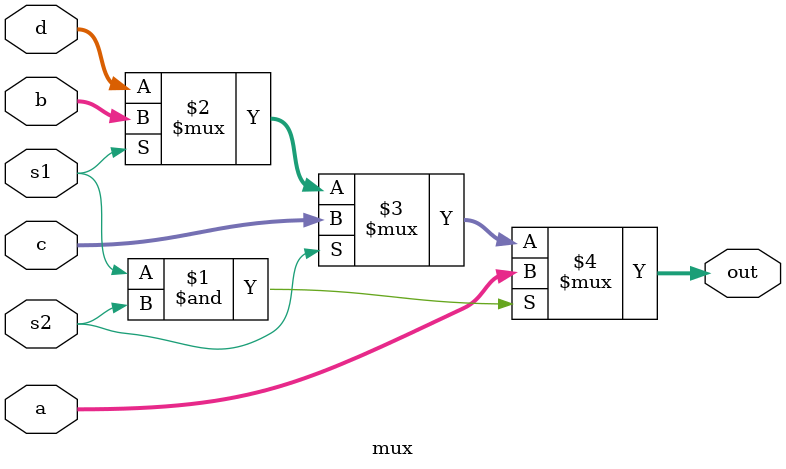
<source format=v>
`timescale 1ns / 1ps
module mux(
    input [3:0]a,
    input [3:0]b,
    input [3:0]c,
    input [3:0]d,
	 input s1,
    input s2,
    output [3:0]out
    );
	assign out = (s1 & s2) ? a : s2 ? c : s1 ? b : d;

endmodule

</source>
